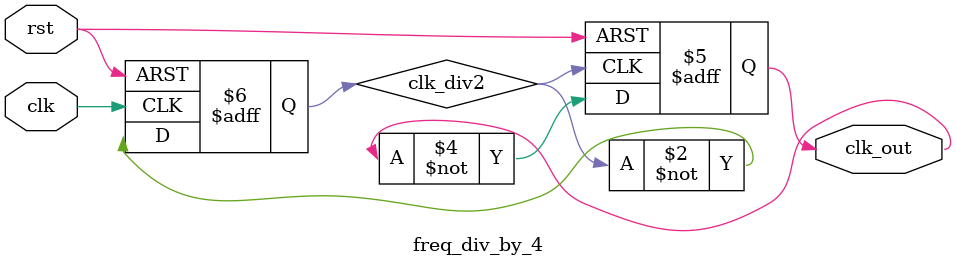
<source format=v>
module freq_div_by_4(clk_out,clk,rst);
input clk,rst;
output reg clk_out;
reg clk_div2;
    always@(posedge clk or posedge(rst)) begin 
        if(rst)
            clk_div2 <= 0;
        else    
            clk_div2 <= ~clk_div2;
    end
    always@(posedge clk_div2  or posedge(rst)) begin 
        if(rst)
            clk_out <= 0;
        else    
            clk_out <= ~clk_out;
    end
endmodule
</source>
